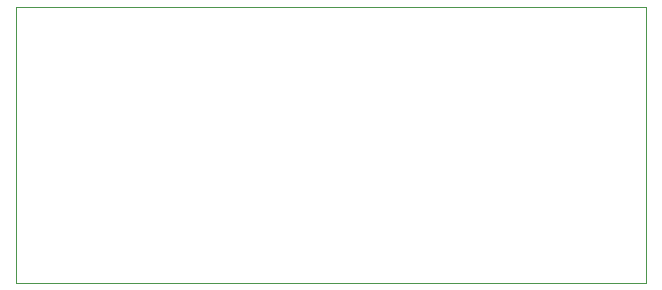
<source format=gm1>
G04 #@! TF.GenerationSoftware,KiCad,Pcbnew,(5.1.0)-1*
G04 #@! TF.CreationDate,2019-10-20T16:55:30+02:00*
G04 #@! TF.ProjectId,GTIA Fix,47544941-2046-4697-982e-6b696361645f,rev?*
G04 #@! TF.SameCoordinates,PX989b620PY8062360*
G04 #@! TF.FileFunction,Profile,NP*
%FSLAX46Y46*%
G04 Gerber Fmt 4.6, Leading zero omitted, Abs format (unit mm)*
G04 Created by KiCad (PCBNEW (5.1.0)-1) date 2019-10-20 16:55:30*
%MOMM*%
%LPD*%
G04 APERTURE LIST*
%ADD10C,0.050000*%
G04 APERTURE END LIST*
D10*
X0Y0D02*
X0Y23320000D01*
X53340000Y0D02*
X0Y0D01*
X53340000Y23320000D02*
X53340000Y0D01*
X0Y23320000D02*
X53340000Y23320000D01*
M02*

</source>
